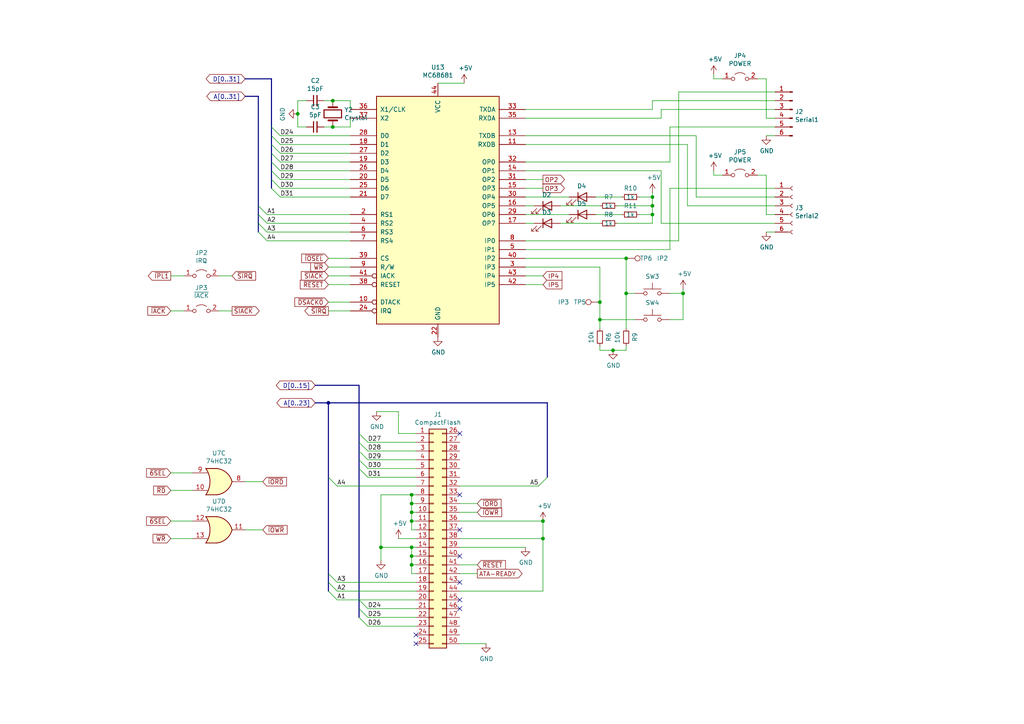
<source format=kicad_sch>
(kicad_sch (version 20231120) (generator "eeschema") (generator_version "8.0")
  (paper "A4")
  (title_block (title "k30 SBC") (rev "2"))
  (lib_symbols
    (symbol "74xx:74LS32" (pin_names (offset 1.016))
      (property "Reference" "U" (at 0 1.27 0))
      (property "Value" "74LS32" (at 0 -1.27 0))
      (symbol "74LS32_1_1"
        (arc (start -3.81 -3.81) (mid -2.589 0) (end -3.81 3.81) (stroke (width 0.254)))
        (arc (start -0.6096 -3.81) (mid 2.1842 -2.5851) (end 3.81 0) (stroke (width 0.254)) (fill (type background)))
        (polyline (pts (xy -3.81 -3.81) (xy -0.635 -3.81)) (stroke (width 0.254)) (fill (type background)))
        (polyline (pts (xy -3.81 3.81) (xy -0.635 3.81)) (stroke (width 0.254)) (fill (type background)))
        (polyline (pts (xy -0.635 3.81) (xy -3.81 3.81) (xy -3.81 3.81) (xy -3.556 3.4036) (xy -3.0226 2.2606) (xy -2.6924 1.0414) (xy -2.6162 -0.254) (xy -2.7686 -1.4986) (xy -3.175 -2.7178) (xy -3.81 -3.81) (xy -3.81 -3.81) (xy -0.635 -3.81)) (stroke (width -25.4)) (fill (type background)))
        (arc (start 3.81 0) (mid 2.1915 2.5936) (end -0.6096 3.81) (stroke (width 0.254)) (fill (type background)))
        (pin input line (at -7.62 2.54 0) (length 4.318) (name "~") (number "1"))
        (pin input line (at -7.62 -2.54 0) (length 4.318) (name "~") (number "2"))
        (pin output line (at 7.62 0 180) (length 3.81) (name "~") (number "3"))
      )
      (symbol "74LS32_1_2"
        (arc (start 0 -3.81) (mid 3.7934 0) (end 0 3.81) (stroke (width 0.254)) (fill (type background)))
        (polyline (pts (xy 0 3.81) (xy -3.81 3.81) (xy -3.81 -3.81) (xy 0 -3.81)) (stroke (width 0.254)) (fill (type background)))
        (pin input inverted (at -7.62 2.54 0) (length 3.81) (name "~") (number "1"))
        (pin input inverted (at -7.62 -2.54 0) (length 3.81) (name "~") (number "2"))
        (pin output inverted (at 7.62 0 180) (length 3.81) (name "~") (number "3"))
      )
      (symbol "74LS32_2_1"
        (arc (start -3.81 -3.81) (mid -2.589 0) (end -3.81 3.81) (stroke (width 0.254)))
        (arc (start -0.6096 -3.81) (mid 2.1842 -2.5851) (end 3.81 0) (stroke (width 0.254)) (fill (type background)))
        (polyline (pts (xy -3.81 -3.81) (xy -0.635 -3.81)) (stroke (width 0.254)) (fill (type background)))
        (polyline (pts (xy -3.81 3.81) (xy -0.635 3.81)) (stroke (width 0.254)) (fill (type background)))
        (polyline (pts (xy -0.635 3.81) (xy -3.81 3.81) (xy -3.81 3.81) (xy -3.556 3.4036) (xy -3.0226 2.2606) (xy -2.6924 1.0414) (xy -2.6162 -0.254) (xy -2.7686 -1.4986) (xy -3.175 -2.7178) (xy -3.81 -3.81) (xy -3.81 -3.81) (xy -0.635 -3.81)) (stroke (width -25.4)) (fill (type background)))
        (arc (start 3.81 0) (mid 2.1915 2.5936) (end -0.6096 3.81) (stroke (width 0.254)) (fill (type background)))
        (pin input line (at -7.62 2.54 0) (length 4.318) (name "~") (number "4"))
        (pin input line (at -7.62 -2.54 0) (length 4.318) (name "~") (number "5"))
        (pin output line (at 7.62 0 180) (length 3.81) (name "~") (number "6"))
      )
      (symbol "74LS32_2_2"
        (arc (start 0 -3.81) (mid 3.7934 0) (end 0 3.81) (stroke (width 0.254)) (fill (type background)))
        (polyline (pts (xy 0 3.81) (xy -3.81 3.81) (xy -3.81 -3.81) (xy 0 -3.81)) (stroke (width 0.254)) (fill (type background)))
        (pin input inverted (at -7.62 2.54 0) (length 3.81) (name "~") (number "4"))
        (pin input inverted (at -7.62 -2.54 0) (length 3.81) (name "~") (number "5"))
        (pin output inverted (at 7.62 0 180) (length 3.81) (name "~") (number "6"))
      )
      (symbol "74LS32_3_1"
        (arc (start -3.81 -3.81) (mid -2.589 0) (end -3.81 3.81) (stroke (width 0.254)))
        (arc (start -0.6096 -3.81) (mid 2.1842 -2.5851) (end 3.81 0) (stroke (width 0.254)) (fill (type background)))
        (polyline (pts (xy -3.81 -3.81) (xy -0.635 -3.81)) (stroke (width 0.254)) (fill (type background)))
        (polyline (pts (xy -3.81 3.81) (xy -0.635 3.81)) (stroke (width 0.254)) (fill (type background)))
        (polyline (pts (xy -0.635 3.81) (xy -3.81 3.81) (xy -3.81 3.81) (xy -3.556 3.4036) (xy -3.0226 2.2606) (xy -2.6924 1.0414) (xy -2.6162 -0.254) (xy -2.7686 -1.4986) (xy -3.175 -2.7178) (xy -3.81 -3.81) (xy -3.81 -3.81) (xy -0.635 -3.81)) (stroke (width -25.4)) (fill (type background)))
        (arc (start 3.81 0) (mid 2.1915 2.5936) (end -0.6096 3.81) (stroke (width 0.254)) (fill (type background)))
        (pin input line (at -7.62 -2.54 0) (length 4.318) (name "~") (number "10"))
        (pin output line (at 7.62 0 180) (length 3.81) (name "~") (number "8"))
        (pin input line (at -7.62 2.54 0) (length 4.318) (name "~") (number "9"))
      )
      (symbol "74LS32_3_2"
        (arc (start 0 -3.81) (mid 3.7934 0) (end 0 3.81) (stroke (width 0.254)) (fill (type background)))
        (polyline (pts (xy 0 3.81) (xy -3.81 3.81) (xy -3.81 -3.81) (xy 0 -3.81)) (stroke (width 0.254)) (fill (type background)))
        (pin input inverted (at -7.62 -2.54 0) (length 3.81) (name "~") (number "10"))
        (pin output inverted (at 7.62 0 180) (length 3.81) (name "~") (number "8"))
        (pin input inverted (at -7.62 2.54 0) (length 3.81) (name "~") (number "9"))
      )
      (symbol "74LS32_4_1"
        (arc (start -3.81 -3.81) (mid -2.589 0) (end -3.81 3.81) (stroke (width 0.254)))
        (arc (start -0.6096 -3.81) (mid 2.1842 -2.5851) (end 3.81 0) (stroke (width 0.254)) (fill (type background)))
        (polyline (pts (xy -3.81 -3.81) (xy -0.635 -3.81)) (stroke (width 0.254)) (fill (type background)))
        (polyline (pts (xy -3.81 3.81) (xy -0.635 3.81)) (stroke (width 0.254)) (fill (type background)))
        (polyline (pts (xy -0.635 3.81) (xy -3.81 3.81) (xy -3.81 3.81) (xy -3.556 3.4036) (xy -3.0226 2.2606) (xy -2.6924 1.0414) (xy -2.6162 -0.254) (xy -2.7686 -1.4986) (xy -3.175 -2.7178) (xy -3.81 -3.81) (xy -3.81 -3.81) (xy -0.635 -3.81)) (stroke (width -25.4)) (fill (type background)))
        (arc (start 3.81 0) (mid 2.1915 2.5936) (end -0.6096 3.81) (stroke (width 0.254)) (fill (type background)))
        (pin output line (at 7.62 0 180) (length 3.81) (name "~") (number "11"))
        (pin input line (at -7.62 2.54 0) (length 4.318) (name "~") (number "12"))
        (pin input line (at -7.62 -2.54 0) (length 4.318) (name "~") (number "13"))
      )
      (symbol "74LS32_4_2"
        (arc (start 0 -3.81) (mid 3.7934 0) (end 0 3.81) (stroke (width 0.254)) (fill (type background)))
        (polyline (pts (xy 0 3.81) (xy -3.81 3.81) (xy -3.81 -3.81) (xy 0 -3.81)) (stroke (width 0.254)) (fill (type background)))
        (pin output inverted (at 7.62 0 180) (length 3.81) (name "~") (number "11"))
        (pin input inverted (at -7.62 2.54 0) (length 3.81) (name "~") (number "12"))
        (pin input inverted (at -7.62 -2.54 0) (length 3.81) (name "~") (number "13"))
      )
      (symbol "74LS32_5_0"
        (pin power_in line (at 0 12.7 270) (length 5.08) (name "VCC") (number "14"))
        (pin power_in line (at 0 -12.7 90) (length 5.08) (name "GND") (number "7"))
      )
      (symbol "74LS32_5_1"
        (rectangle (start -5.08 7.62) (end 5.08 -7.62) (stroke (width 0.254)) (fill (type background)))
      )
    )
    (symbol "Computie_68k:MC68681-PLCC" (pin_names (offset 1.016))
      (property "Reference" "U" (at 0 3.81 0))
      (property "Value" "MC68681-PLCC" (at 0 -2.54 0))
      (symbol "MC68681-PLCC_0_1"
        (rectangle (start -17.78 -31.75) (end 17.78 34.29) (stroke (width 0.254)) (fill (type background)))
      )
      (symbol "MC68681-PLCC_1_1"
        (pin open_collector inverted (at -25.4 -25.4 0) (length 7.62) (name "DTACK") (number "10"))
        (pin input line (at 25.4 20.32 180) (length 7.62) (name "RXDB") (number "11"))
        (pin output line (at 25.4 22.86 180) (length 7.62) (name "TXDB") (number "13"))
        (pin output line (at 25.4 12.7 180) (length 7.62) (name "OP1") (number "14"))
        (pin output line (at 25.4 7.62 180) (length 7.62) (name "OP3") (number "15"))
        (pin output line (at 25.4 2.54 180) (length 7.62) (name "OP5") (number "16"))
        (pin output line (at 25.4 -2.54 180) (length 7.62) (name "OP7") (number "17"))
        (pin tri_state line (at -25.4 20.32 0) (length 7.62) (name "D1") (number "18"))
        (pin tri_state line (at -25.4 15.24 0) (length 7.62) (name "D3") (number "19"))
        (pin input line (at -25.4 0 0) (length 7.62) (name "RS1") (number "2"))
        (pin tri_state line (at -25.4 10.16 0) (length 7.62) (name "D5") (number "20"))
        (pin tri_state line (at -25.4 5.08 0) (length 7.62) (name "D7") (number "21"))
        (pin power_in line (at 0 -35.56 90) (length 3.81) (name "GND") (number "22"))
        (pin output inverted (at -25.4 -27.94 0) (length 7.62) (name "IRQ") (number "24"))
        (pin tri_state line (at -25.4 7.62 0) (length 7.62) (name "D6") (number "25"))
        (pin tri_state line (at -25.4 12.7 0) (length 7.62) (name "D4") (number "26"))
        (pin tri_state line (at -25.4 17.78 0) (length 7.62) (name "D2") (number "27"))
        (pin tri_state line (at -25.4 22.86 0) (length 7.62) (name "D0") (number "28"))
        (pin output line (at 25.4 0 180) (length 7.62) (name "OP6") (number "29"))
        (pin input line (at 25.4 -15.24 180) (length 7.62) (name "IP3") (number "3"))
        (pin output line (at 25.4 5.08 180) (length 7.62) (name "OP4") (number "30"))
        (pin output line (at 25.4 10.16 180) (length 7.62) (name "OP2") (number "31"))
        (pin output line (at 25.4 15.24 180) (length 7.62) (name "OP0") (number "32"))
        (pin output line (at 25.4 30.48 180) (length 7.62) (name "TXDA") (number "33"))
        (pin input line (at 25.4 27.94 180) (length 7.62) (name "RXDA") (number "35"))
        (pin input line (at -25.4 30.48 0) (length 7.62) (name "X1/CLK") (number "36"))
        (pin input line (at -25.4 27.94 0) (length 7.62) (name "X2") (number "37"))
        (pin input inverted (at -25.4 -20.32 0) (length 7.62) (name "RESET") (number "38"))
        (pin input line (at -25.4 -12.7 0) (length 7.62) (name "CS") (number "39"))
        (pin input line (at -25.4 -2.54 0) (length 7.62) (name "RS2") (number "4"))
        (pin input line (at 25.4 -12.7 180) (length 7.62) (name "IP2") (number "40"))
        (pin input inverted (at -25.4 -17.78 0) (length 7.62) (name "IACK") (number "41"))
        (pin input line (at 25.4 -20.32 180) (length 7.62) (name "IP5") (number "42"))
        (pin input line (at 25.4 -17.78 180) (length 7.62) (name "IP4") (number "43"))
        (pin power_in line (at 0 38.1 270) (length 3.81) (name "VCC") (number "44"))
        (pin input line (at 25.4 -10.16 180) (length 7.62) (name "IP1") (number "5"))
        (pin input line (at -25.4 -5.08 0) (length 7.62) (name "RS3") (number "6"))
        (pin input line (at -25.4 -7.62 0) (length 7.62) (name "RS4") (number "7"))
        (pin input line (at 25.4 -7.62 180) (length 7.62) (name "IP0") (number "8"))
        (pin input line (at -25.4 -15.24 0) (length 7.62) (name "R/W") (number "9"))
      )
    )
    (symbol "Connector:Conn_01x06_Female" (pin_names (offset 1.016) hide)
      (property "Reference" "J" (at 0 7.62 0))
      (property "Value" "Conn_01x06_Female" (at 0 -10.16 0))
      (symbol "Conn_01x06_Female_1_1"
        (arc (start 0 -7.112) (mid -0.5058 -7.62) (end 0 -8.128) (stroke (width 0.1524)))
        (arc (start 0 -4.572) (mid -0.5058 -5.08) (end 0 -5.588) (stroke (width 0.1524)))
        (arc (start 0 -2.032) (mid -0.5058 -2.54) (end 0 -3.048) (stroke (width 0.1524)))
        (polyline (pts (xy -1.27 -7.62) (xy -0.508 -7.62)) (stroke (width 0.1524)))
        (polyline (pts (xy -1.27 -5.08) (xy -0.508 -5.08)) (stroke (width 0.1524)))
        (polyline (pts (xy -1.27 -2.54) (xy -0.508 -2.54)) (stroke (width 0.1524)))
        (polyline (pts (xy -1.27 0) (xy -0.508 0)) (stroke (width 0.1524)))
        (polyline (pts (xy -1.27 2.54) (xy -0.508 2.54)) (stroke (width 0.1524)))
        (polyline (pts (xy -1.27 5.08) (xy -0.508 5.08)) (stroke (width 0.1524)))
        (arc (start 0 0.508) (mid -0.5058 0) (end 0 -0.508) (stroke (width 0.1524)))
        (arc (start 0 3.048) (mid -0.5058 2.54) (end 0 2.032) (stroke (width 0.1524)))
        (arc (start 0 5.588) (mid -0.5058 5.08) (end 0 4.572) (stroke (width 0.1524)))
        (pin passive line (at -5.08 5.08 0) (length 3.81) (name "Pin_1") (number "1"))
        (pin passive line (at -5.08 2.54 0) (length 3.81) (name "Pin_2") (number "2"))
        (pin passive line (at -5.08 0 0) (length 3.81) (name "Pin_3") (number "3"))
        (pin passive line (at -5.08 -2.54 0) (length 3.81) (name "Pin_4") (number "4"))
        (pin passive line (at -5.08 -5.08 0) (length 3.81) (name "Pin_5") (number "5"))
        (pin passive line (at -5.08 -7.62 0) (length 3.81) (name "Pin_6") (number "6"))
      )
    )
    (symbol "Connector:Conn_01x06_Male" (pin_names (offset 1.016) hide)
      (property "Reference" "J" (at 0 7.62 0))
      (property "Value" "Conn_01x06_Male" (at 0 -10.16 0))
      (symbol "Conn_01x06_Male_1_1"
        (polyline (pts (xy 1.27 -7.62) (xy 0.8636 -7.62)) (stroke (width 0.1524)))
        (polyline (pts (xy 1.27 -5.08) (xy 0.8636 -5.08)) (stroke (width 0.1524)))
        (polyline (pts (xy 1.27 -2.54) (xy 0.8636 -2.54)) (stroke (width 0.1524)))
        (polyline (pts (xy 1.27 0) (xy 0.8636 0)) (stroke (width 0.1524)))
        (polyline (pts (xy 1.27 2.54) (xy 0.8636 2.54)) (stroke (width 0.1524)))
        (polyline (pts (xy 1.27 5.08) (xy 0.8636 5.08)) (stroke (width 0.1524)))
        (rectangle (start 0.8636 -7.493) (end 0 -7.747) (stroke (width 0.1524)) (fill (type outline)))
        (rectangle (start 0.8636 -4.953) (end 0 -5.207) (stroke (width 0.1524)) (fill (type outline)))
        (rectangle (start 0.8636 -2.413) (end 0 -2.667) (stroke (width 0.1524)) (fill (type outline)))
        (rectangle (start 0.8636 0.127) (end 0 -0.127) (stroke (width 0.1524)) (fill (type outline)))
        (rectangle (start 0.8636 2.667) (end 0 2.413) (stroke (width 0.1524)) (fill (type outline)))
        (rectangle (start 0.8636 5.207) (end 0 4.953) (stroke (width 0.1524)) (fill (type outline)))
        (pin passive line (at 5.08 5.08 180) (length 3.81) (name "Pin_1") (number "1"))
        (pin passive line (at 5.08 2.54 180) (length 3.81) (name "Pin_2") (number "2"))
        (pin passive line (at 5.08 0 180) (length 3.81) (name "Pin_3") (number "3"))
        (pin passive line (at 5.08 -2.54 180) (length 3.81) (name "Pin_4") (number "4"))
        (pin passive line (at 5.08 -5.08 180) (length 3.81) (name "Pin_5") (number "5"))
        (pin passive line (at 5.08 -7.62 180) (length 3.81) (name "Pin_6") (number "6"))
      )
    )
    (symbol "Connector:TestPoint" (pin_numbers hide) (pin_names (offset 0.762) hide)
      (property "Reference" "TP" (at 0 6.858 0))
      (property "Value" "TestPoint" (at 0 5.08 0))
      (symbol "TestPoint_0_1"
        (circle (center 0 3.302) (radius 0.762))
      )
      (symbol "TestPoint_1_1"
        (pin passive line (at 0 0 90) (length 2.54) (name "1") (number "1"))
      )
    )
    (symbol "Connector_Generic:Conn_02x25_Top_Bottom" (pin_names (offset 1.016) hide)
      (property "Reference" "J" (at 1.27 33.02 0))
      (property "Value" "Conn_02x25_Top_Bottom" (at 1.27 -33.02 0))
      (symbol "Conn_02x25_Top_Bottom_1_1"
        (rectangle (start -1.27 -30.353) (end 0 -30.607) (stroke (width 0.1524)))
        (rectangle (start -1.27 -27.813) (end 0 -28.067) (stroke (width 0.1524)))
        (rectangle (start -1.27 -25.273) (end 0 -25.527) (stroke (width 0.1524)))
        (rectangle (start -1.27 -22.733) (end 0 -22.987) (stroke (width 0.1524)))
        (rectangle (start -1.27 -20.193) (end 0 -20.447) (stroke (width 0.1524)))
        (rectangle (start -1.27 -17.653) (end 0 -17.907) (stroke (width 0.1524)))
        (rectangle (start -1.27 -15.113) (end 0 -15.367) (stroke (width 0.1524)))
        (rectangle (start -1.27 -12.573) (end 0 -12.827) (stroke (width 0.1524)))
        (rectangle (start -1.27 -10.033) (end 0 -10.287) (stroke (width 0.1524)))
        (rectangle (start -1.27 -7.493) (end 0 -7.747) (stroke (width 0.1524)))
        (rectangle (start -1.27 -4.953) (end 0 -5.207) (stroke (width 0.1524)))
        (rectangle (start -1.27 -2.413) (end 0 -2.667) (stroke (width 0.1524)))
        (rectangle (start -1.27 0.127) (end 0 -0.127) (stroke (width 0.1524)))
        (rectangle (start -1.27 2.667) (end 0 2.413) (stroke (width 0.1524)))
        (rectangle (start -1.27 5.207) (end 0 4.953) (stroke (width 0.1524)))
        (rectangle (start -1.27 7.747) (end 0 7.493) (stroke (width 0.1524)))
        (rectangle (start -1.27 10.287) (end 0 10.033) (stroke (width 0.1524)))
        (rectangle (start -1.27 12.827) (end 0 12.573) (stroke (width 0.1524)))
        (rectangle (start -1.27 15.367) (end 0 15.113) (stroke (width 0.1524)))
        (rectangle (start -1.27 17.907) (end 0 17.653) (stroke (width 0.1524)))
        (rectangle (start -1.27 20.447) (end 0 20.193) (stroke (width 0.1524)))
        (rectangle (start -1.27 22.987) (end 0 22.733) (stroke (width 0.1524)))
        (rectangle (start -1.27 25.527) (end 0 25.273) (stroke (width 0.1524)))
        (rectangle (start -1.27 28.067) (end 0 27.813) (stroke (width 0.1524)))
        (rectangle (start -1.27 30.607) (end 0 30.353) (stroke (width 0.1524)))
        (rectangle (start -1.27 31.75) (end 3.81 -31.75) (stroke (width 0.254)) (fill (type background)))
        (rectangle (start 3.81 -30.353) (end 2.54 -30.607) (stroke (width 0.1524)))
        (rectangle (start 3.81 -27.813) (end 2.54 -28.067) (stroke (width 0.1524)))
        (rectangle (start 3.81 -25.273) (end 2.54 -25.527) (stroke (width 0.1524)))
        (rectangle (start 3.81 -22.733) (end 2.54 -22.987) (stroke (width 0.1524)))
        (rectangle (start 3.81 -20.193) (end 2.54 -20.447) (stroke (width 0.1524)))
        (rectangle (start 3.81 -17.653) (end 2.54 -17.907) (stroke (width 0.1524)))
        (rectangle (start 3.81 -15.113) (end 2.54 -15.367) (stroke (width 0.1524)))
        (rectangle (start 3.81 -12.573) (end 2.54 -12.827) (stroke (width 0.1524)))
        (rectangle (start 3.81 -10.033) (end 2.54 -10.287) (stroke (width 0.1524)))
        (rectangle (start 3.81 -7.493) (end 2.54 -7.747) (stroke (width 0.1524)))
        (rectangle (start 3.81 -4.953) (end 2.54 -5.207) (stroke (width 0.1524)))
        (rectangle (start 3.81 -2.413) (end 2.54 -2.667) (stroke (width 0.1524)))
        (rectangle (start 3.81 0.127) (end 2.54 -0.127) (stroke (width 0.1524)))
        (rectangle (start 3.81 2.667) (end 2.54 2.413) (stroke (width 0.1524)))
        (rectangle (start 3.81 5.207) (end 2.54 4.953) (stroke (width 0.1524)))
        (rectangle (start 3.81 7.747) (end 2.54 7.493) (stroke (width 0.1524)))
        (rectangle (start 3.81 10.287) (end 2.54 10.033) (stroke (width 0.1524)))
        (rectangle (start 3.81 12.827) (end 2.54 12.573) (stroke (width 0.1524)))
        (rectangle (start 3.81 15.367) (end 2.54 15.113) (stroke (width 0.1524)))
        (rectangle (start 3.81 17.907) (end 2.54 17.653) (stroke (width 0.1524)))
        (rectangle (start 3.81 20.447) (end 2.54 20.193) (stroke (width 0.1524)))
        (rectangle (start 3.81 22.987) (end 2.54 22.733) (stroke (width 0.1524)))
        (rectangle (start 3.81 25.527) (end 2.54 25.273) (stroke (width 0.1524)))
        (rectangle (start 3.81 28.067) (end 2.54 27.813) (stroke (width 0.1524)))
        (rectangle (start 3.81 30.607) (end 2.54 30.353) (stroke (width 0.1524)))
        (pin passive line (at -5.08 30.48 0) (length 3.81) (name "Pin_1") (number "1"))
        (pin passive line (at -5.08 7.62 0) (length 3.81) (name "Pin_10") (number "10"))
        (pin passive line (at -5.08 5.08 0) (length 3.81) (name "Pin_11") (number "11"))
        (pin passive line (at -5.08 2.54 0) (length 3.81) (name "Pin_12") (number "12"))
        (pin passive line (at -5.08 0 0) (length 3.81) (name "Pin_13") (number "13"))
        (pin passive line (at -5.08 -2.54 0) (length 3.81) (name "Pin_14") (number "14"))
        (pin passive line (at -5.08 -5.08 0) (length 3.81) (name "Pin_15") (number "15"))
        (pin passive line (at -5.08 -7.62 0) (length 3.81) (name "Pin_16") (number "16"))
        (pin passive line (at -5.08 -10.16 0) (length 3.81) (name "Pin_17") (number "17"))
        (pin passive line (at -5.08 -12.7 0) (length 3.81) (name "Pin_18") (number "18"))
        (pin passive line (at -5.08 -15.24 0) (length 3.81) (name "Pin_19") (number "19"))
        (pin passive line (at -5.08 27.94 0) (length 3.81) (name "Pin_2") (number "2"))
        (pin passive line (at -5.08 -17.78 0) (length 3.81) (name "Pin_20") (number "20"))
        (pin passive line (at -5.08 -20.32 0) (length 3.81) (name "Pin_21") (number "21"))
        (pin passive line (at -5.08 -22.86 0) (length 3.81) (name "Pin_22") (number "22"))
        (pin passive line (at -5.08 -25.4 0) (length 3.81) (name "Pin_23") (number "23"))
        (pin passive line (at -5.08 -27.94 0) (length 3.81) (name "Pin_24") (number "24"))
        (pin passive line (at -5.08 -30.48 0) (length 3.81) (name "Pin_25") (number "25"))
        (pin passive line (at 7.62 30.48 180) (length 3.81) (name "Pin_26") (number "26"))
        (pin passive line (at 7.62 27.94 180) (length 3.81) (name "Pin_27") (number "27"))
        (pin passive line (at 7.62 25.4 180) (length 3.81) (name "Pin_28") (number "28"))
        (pin passive line (at 7.62 22.86 180) (length 3.81) (name "Pin_29") (number "29"))
        (pin passive line (at -5.08 25.4 0) (length 3.81) (name "Pin_3") (number "3"))
        (pin passive line (at 7.62 20.32 180) (length 3.81) (name "Pin_30") (number "30"))
        (pin passive line (at 7.62 17.78 180) (length 3.81) (name "Pin_31") (number "31"))
        (pin passive line (at 7.62 15.24 180) (length 3.81) (name "Pin_32") (number "32"))
        (pin passive line (at 7.62 12.7 180) (length 3.81) (name "Pin_33") (number "33"))
        (pin passive line (at 7.62 10.16 180) (length 3.81) (name "Pin_34") (number "34"))
        (pin passive line (at 7.62 7.62 180) (length 3.81) (name "Pin_35") (number "35"))
        (pin passive line (at 7.62 5.08 180) (length 3.81) (name "Pin_36") (number "36"))
        (pin passive line (at 7.62 2.54 180) (length 3.81) (name "Pin_37") (number "37"))
        (pin passive line (at 7.62 0 180) (length 3.81) (name "Pin_38") (number "38"))
        (pin passive line (at 7.62 -2.54 180) (length 3.81) (name "Pin_39") (number "39"))
        (pin passive line (at -5.08 22.86 0) (length 3.81) (name "Pin_4") (number "4"))
        (pin passive line (at 7.62 -5.08 180) (length 3.81) (name "Pin_40") (number "40"))
        (pin passive line (at 7.62 -7.62 180) (length 3.81) (name "Pin_41") (number "41"))
        (pin passive line (at 7.62 -10.16 180) (length 3.81) (name "Pin_42") (number "42"))
        (pin passive line (at 7.62 -12.7 180) (length 3.81) (name "Pin_43") (number "43"))
        (pin passive line (at 7.62 -15.24 180) (length 3.81) (name "Pin_44") (number "44"))
        (pin passive line (at 7.62 -17.78 180) (length 3.81) (name "Pin_45") (number "45"))
        (pin passive line (at 7.62 -20.32 180) (length 3.81) (name "Pin_46") (number "46"))
        (pin passive line (at 7.62 -22.86 180) (length 3.81) (name "Pin_47") (number "47"))
        (pin passive line (at 7.62 -25.4 180) (length 3.81) (name "Pin_48") (number "48"))
        (pin passive line (at 7.62 -27.94 180) (length 3.81) (name "Pin_49") (number "49"))
        (pin passive line (at -5.08 20.32 0) (length 3.81) (name "Pin_5") (number "5"))
        (pin passive line (at 7.62 -30.48 180) (length 3.81) (name "Pin_50") (number "50"))
        (pin passive line (at -5.08 17.78 0) (length 3.81) (name "Pin_6") (number "6"))
        (pin passive line (at -5.08 15.24 0) (length 3.81) (name "Pin_7") (number "7"))
        (pin passive line (at -5.08 12.7 0) (length 3.81) (name "Pin_8") (number "8"))
        (pin passive line (at -5.08 10.16 0) (length 3.81) (name "Pin_9") (number "9"))
      )
    )
    (symbol "Device:C_Small" (pin_numbers hide) (pin_names (offset 0.254) hide)
      (property "Reference" "C" (at 0.254 1.778 0))
      (property "Value" "C_Small" (at 0.254 -2.032 0))
      (symbol "C_Small_0_1"
        (polyline (pts (xy -1.524 -0.508) (xy 1.524 -0.508)) (stroke (width 0.3302)))
        (polyline (pts (xy -1.524 0.508) (xy 1.524 0.508)) (stroke (width 0.3048)))
      )
      (symbol "C_Small_1_1"
        (pin passive line (at 0 2.54 270) (length 2.032) (name "~") (number "1"))
        (pin passive line (at 0 -2.54 90) (length 2.032) (name "~") (number "2"))
      )
    )
    (symbol "Device:Crystal" (pin_numbers hide) (pin_names (offset 1.016) hide)
      (property "Reference" "Y" (at 0 3.81 0))
      (property "Value" "Crystal" (at 0 -3.81 0))
      (symbol "Crystal_0_1"
        (rectangle (start -1.143 2.54) (end 1.143 -2.54) (stroke (width 0.3048)))
        (polyline (pts (xy -2.54 0) (xy -1.905 0)))
        (polyline (pts (xy -1.905 -1.27) (xy -1.905 1.27)) (stroke (width 0.508)))
        (polyline (pts (xy 1.905 -1.27) (xy 1.905 1.27)) (stroke (width 0.508)))
        (polyline (pts (xy 2.54 0) (xy 1.905 0)))
      )
      (symbol "Crystal_1_1"
        (pin passive line (at -3.81 0 0) (length 1.27) (name "1") (number "1"))
        (pin passive line (at 3.81 0 180) (length 1.27) (name "2") (number "2"))
      )
    )
    (symbol "Device:LED" (pin_numbers hide) (pin_names (offset 1.016) hide)
      (property "Reference" "D" (at 0 2.54 0))
      (property "Value" "LED" (at 0 -2.54 0))
      (symbol "LED_0_1"
        (polyline (pts (xy -1.27 -1.27) (xy -1.27 1.27)) (stroke (width 0.254)))
        (polyline (pts (xy -1.27 0) (xy 1.27 0)))
        (polyline (pts (xy 1.27 -1.27) (xy 1.27 1.27) (xy -1.27 0) (xy 1.27 -1.27)) (stroke (width 0.254)))
        (polyline (pts (xy -3.048 -0.762) (xy -4.572 -2.286) (xy -3.81 -2.286) (xy -4.572 -2.286) (xy -4.572 -1.524)))
        (polyline (pts (xy -1.778 -0.762) (xy -3.302 -2.286) (xy -2.54 -2.286) (xy -3.302 -2.286) (xy -3.302 -1.524)))
      )
      (symbol "LED_1_1"
        (pin passive line (at -3.81 0 0) (length 2.54) (name "K") (number "1"))
        (pin passive line (at 3.81 0 180) (length 2.54) (name "A") (number "2"))
      )
    )
    (symbol "Device:R_Small" (pin_numbers hide) (pin_names (offset 0.254) hide)
      (property "Reference" "R" (at 0.762 0.508 0))
      (property "Value" "R_Small" (at 0.762 -1.016 0))
      (symbol "R_Small_0_1"
        (rectangle (start -0.762 1.778) (end 0.762 -1.778) (stroke (width 0.2032)))
      )
      (symbol "R_Small_1_1"
        (pin passive line (at 0 2.54 270) (length 0.762) (name "~") (number "1"))
        (pin passive line (at 0 -2.54 90) (length 0.762) (name "~") (number "2"))
      )
    )
    (symbol "Jumper:Jumper_2_Open" (pin_names (offset 0) hide)
      (property "Reference" "JP" (at 0 2.794 0))
      (property "Value" "Jumper_2_Open" (at 0 -2.286 0))
      (symbol "Jumper_2_Open_0_0"
        (circle (center -2.032 0) (radius 0.508))
        (circle (center 2.032 0) (radius 0.508))
      )
      (symbol "Jumper_2_Open_0_1"
        (arc (start 1.524 1.27) (mid 0 1.778) (end -1.524 1.27))
      )
      (symbol "Jumper_2_Open_1_1"
        (pin passive line (at -5.08 0 0) (length 2.54) (name "A") (number "1"))
        (pin passive line (at 5.08 0 180) (length 2.54) (name "B") (number "2"))
      )
    )
    (symbol "Switch:SW_Push" (pin_numbers hide) (pin_names (offset 1.016) hide)
      (property "Reference" "SW" (at 1.27 2.54 0))
      (property "Value" "SW_Push" (at 0 -1.524 0))
      (symbol "SW_Push_0_1"
        (circle (center -2.032 0) (radius 0.508))
        (polyline (pts (xy 0 1.27) (xy 0 3.048)))
        (polyline (pts (xy 2.54 1.27) (xy -2.54 1.27)))
        (circle (center 2.032 0) (radius 0.508))
        (pin passive line (at -5.08 0 0) (length 2.54) (name "1") (number "1"))
        (pin passive line (at 5.08 0 180) (length 2.54) (name "2") (number "2"))
      )
    )
    (symbol "power:+5V" (power) (pin_names (offset 0))
      (property "Value" "+5V" (at 0 3.556 0))
      (symbol "+5V_0_1"
        (polyline (pts (xy -0.762 1.27) (xy 0 2.54)))
        (polyline (pts (xy 0 0) (xy 0 2.54)))
        (polyline (pts (xy 0 2.54) (xy 0.762 1.27)))
      )
      (symbol "+5V_1_1"
        (pin power_in line (at 0 0 90) (length 0) hide (name "+5V") (number "1"))
      )
    )
    (symbol "power:GND" (power) (pin_names (offset 0))
      (property "Value" "GND" (at 0 -3.81 0))
      (symbol "GND_0_1"
        (polyline (pts (xy 0 0) (xy 0 -1.27) (xy 1.27 -1.27) (xy 0 -2.54) (xy -1.27 -1.27) (xy 0 -1.27)))
      )
      (symbol "GND_1_1"
        (pin power_in line (at 0 0 270) (length 0) hide (name "GND") (number "1"))
      )
    )
  )
  (junction (at 119.38 158.75))
  (junction (at 173.99 87.63))
  (junction (at 96.52 36.83))
  (junction (at 110.49 158.75))
  (junction (at 177.8 101.6))
  (junction (at 86.36 33.02))
  (junction (at 119.38 143.51))
  (junction (at 95.25 116.84))
  (junction (at 119.38 148.59))
  (junction (at 198.12 85.09))
  (junction (at 189.23 59.69))
  (junction (at 119.38 146.05))
  (junction (at 157.48 156.21))
  (junction (at 119.38 161.29))
  (junction (at 173.99 92.71))
  (junction (at 181.61 74.93))
  (junction (at 189.23 57.15))
  (junction (at 119.38 163.83))
  (junction (at 119.38 151.13))
  (junction (at 157.48 151.13))
  (junction (at 181.61 85.09))
  (junction (at 96.52 29.21))
  (junction (at 189.23 62.23))
  (no_connect (at 133.35 161.29))
  (no_connect (at 120.65 184.15))
  (no_connect (at 133.35 153.67))
  (no_connect (at 133.35 125.73))
  (no_connect (at 133.35 143.51))
  (no_connect (at 133.35 168.91))
  (no_connect (at 120.65 186.69))
  (no_connect (at 133.35 173.99))
  (no_connect (at 133.35 176.53))
  (bus_entry (at 81.28 44.45) (size -2.54 -2.54))
  (bus_entry (at 81.28 39.37) (size -2.54 -2.54))
  (bus_entry (at 156.21 140.97) (size 2.54 -2.54))
  (bus_entry (at 81.28 41.91) (size -2.54 -2.54))
  (bus_entry (at 77.47 67.31) (size -2.54 -2.54))
  (bus_entry (at 77.47 64.77) (size -2.54 -2.54))
  (bus_entry (at 81.28 46.99) (size -2.54 -2.54))
  (bus_entry (at 106.68 181.61) (size -2.54 -2.54))
  (bus_entry (at 77.47 62.23) (size -2.54 -2.54))
  (bus_entry (at 106.68 138.43) (size -2.54 -2.54))
  (bus_entry (at 106.68 176.53) (size -2.54 -2.54))
  (bus_entry (at 106.68 128.27) (size -2.54 -2.54))
  (bus_entry (at 106.68 135.89) (size -2.54 -2.54))
  (bus_entry (at 81.28 54.61) (size -2.54 -2.54))
  (bus_entry (at 97.79 173.99) (size -2.54 -2.54))
  (bus_entry (at 81.28 52.07) (size -2.54 -2.54))
  (bus_entry (at 81.28 49.53) (size -2.54 -2.54))
  (bus_entry (at 97.79 140.97) (size -2.54 -2.54))
  (bus_entry (at 106.68 179.07) (size -2.54 -2.54))
  (bus_entry (at 77.47 69.85) (size -2.54 -2.54))
  (bus_entry (at 106.68 133.35) (size -2.54 -2.54))
  (bus_entry (at 106.68 130.81) (size -2.54 -2.54))
  (bus_entry (at 97.79 171.45) (size -2.54 -2.54))
  (bus_entry (at 97.79 168.91) (size -2.54 -2.54))
  (bus_entry (at 81.28 57.15) (size -2.54 -2.54))
  (wire (pts (xy 198.12 83.82) (xy 198.12 85.09)))
  (wire (pts (xy 133.35 163.83) (xy 138.43 163.83)))
  (wire (pts (xy 196.85 69.85) (xy 152.4 69.85)))
  (wire (pts (xy 120.65 128.27) (xy 106.68 128.27)))
  (wire (pts (xy 120.65 168.91) (xy 97.79 168.91)))
  (wire (pts (xy 194.31 36.83) (xy 194.31 46.99)))
  (wire (pts (xy 173.99 92.71) (xy 173.99 95.25)))
  (wire (pts (xy 95.25 74.93) (xy 101.6 74.93)))
  (wire (pts (xy 157.48 82.55) (xy 152.4 82.55)))
  (wire (pts (xy 191.77 34.29) (xy 191.77 31.75)))
  (wire (pts (xy 181.61 100.33) (xy 181.61 101.6)))
  (wire (pts (xy 120.65 130.81) (xy 106.68 130.81)))
  (wire (pts (xy 201.93 57.15) (xy 224.79 57.15)))
  (wire (pts (xy 152.4 74.93) (xy 181.61 74.93)))
  (wire (pts (xy 119.38 158.75) (xy 110.49 158.75)))
  (bus (pts (xy 71.12 27.94) (xy 74.93 27.94)))
  (bus (pts (xy 78.74 44.45) (xy 78.74 46.99)))
  (bus (pts (xy 74.93 59.69) (xy 74.93 62.23)))
  (wire (pts (xy 189.23 59.69) (xy 179.07 59.69)))
  (wire (pts (xy 224.79 67.31) (xy 222.25 67.31)))
  (wire (pts (xy 154.94 64.77) (xy 152.4 64.77)))
  (wire (pts (xy 222.25 22.86) (xy 222.25 34.29)))
  (wire (pts (xy 120.65 135.89) (xy 106.68 135.89)))
  (wire (pts (xy 101.6 46.99) (xy 81.28 46.99)))
  (wire (pts (xy 189.23 57.15) (xy 189.23 59.69)))
  (wire (pts (xy 110.49 143.51) (xy 110.49 158.75)))
  (wire (pts (xy 71.12 153.67) (xy 76.2 153.67)))
  (wire (pts (xy 222.25 62.23) (xy 224.79 62.23)))
  (bus (pts (xy 78.74 36.83) (xy 78.74 39.37)))
  (wire (pts (xy 181.61 85.09) (xy 181.61 95.25)))
  (wire (pts (xy 191.77 64.77) (xy 191.77 49.53)))
  (wire (pts (xy 120.65 148.59) (xy 119.38 148.59)))
  (wire (pts (xy 196.85 26.67) (xy 196.85 69.85)))
  (bus (pts (xy 78.74 52.07) (xy 78.74 54.61)))
  (wire (pts (xy 119.38 151.13) (xy 119.38 148.59)))
  (wire (pts (xy 157.48 80.01) (xy 152.4 80.01)))
  (wire (pts (xy 189.23 64.77) (xy 189.23 62.23)))
  (wire (pts (xy 184.15 92.71) (xy 173.99 92.71)))
  (wire (pts (xy 93.98 29.21) (xy 96.52 29.21)))
  (wire (pts (xy 133.35 171.45) (xy 157.48 171.45)))
  (wire (pts (xy 133.35 146.05) (xy 138.43 146.05)))
  (wire (pts (xy 181.61 85.09) (xy 184.15 85.09)))
  (wire (pts (xy 101.6 34.29) (xy 101.6 36.83)))
  (bus (pts (xy 95.25 138.43) (xy 95.25 166.37)))
  (bus (pts (xy 104.14 135.89) (xy 104.14 173.99)))
  (wire (pts (xy 207.01 21.59) (xy 207.01 22.86)))
  (wire (pts (xy 119.38 158.75) (xy 119.38 161.29)))
  (wire (pts (xy 120.65 133.35) (xy 106.68 133.35)))
  (wire (pts (xy 198.12 85.09) (xy 194.31 85.09)))
  (wire (pts (xy 127 24.13) (xy 134.62 24.13)))
  (bus (pts (xy 78.74 41.91) (xy 78.74 44.45)))
  (wire (pts (xy 157.48 171.45) (xy 157.48 156.21)))
  (wire (pts (xy 180.34 62.23) (xy 172.72 62.23)))
  (wire (pts (xy 173.99 77.47) (xy 152.4 77.47)))
  (wire (pts (xy 119.38 146.05) (xy 119.38 143.51)))
  (wire (pts (xy 133.35 156.21) (xy 157.48 156.21)))
  (wire (pts (xy 101.6 29.21) (xy 101.6 31.75)))
  (wire (pts (xy 115.57 125.73) (xy 120.65 125.73)))
  (wire (pts (xy 156.21 140.97) (xy 133.35 140.97)))
  (bus (pts (xy 104.14 133.35) (xy 104.14 135.89)))
  (wire (pts (xy 49.53 137.16) (xy 55.88 137.16)))
  (bus (pts (xy 104.14 111.76) (xy 104.14 125.73)))
  (wire (pts (xy 152.4 52.07) (xy 157.48 52.07)))
  (wire (pts (xy 101.6 49.53) (xy 81.28 49.53)))
  (wire (pts (xy 95.25 77.47) (xy 101.6 77.47)))
  (wire (pts (xy 199.39 59.69) (xy 224.79 59.69)))
  (wire (pts (xy 120.65 151.13) (xy 119.38 151.13)))
  (wire (pts (xy 189.23 31.75) (xy 189.23 29.21)))
  (bus (pts (xy 74.93 27.94) (xy 74.93 59.69)))
  (wire (pts (xy 191.77 31.75) (xy 224.79 31.75)))
  (bus (pts (xy 74.93 62.23) (xy 74.93 64.77)))
  (bus (pts (xy 104.14 125.73) (xy 104.14 128.27)))
  (wire (pts (xy 189.23 62.23) (xy 185.42 62.23)))
  (bus (pts (xy 78.74 22.86) (xy 71.12 22.86)))
  (wire (pts (xy 120.65 181.61) (xy 106.68 181.61)))
  (wire (pts (xy 101.6 69.85) (xy 77.47 69.85)))
  (wire (pts (xy 96.52 29.21) (xy 101.6 29.21)))
  (bus (pts (xy 95.25 166.37) (xy 95.25 168.91)))
  (wire (pts (xy 120.65 171.45) (xy 97.79 171.45)))
  (wire (pts (xy 86.36 29.21) (xy 86.36 33.02)))
  (wire (pts (xy 101.6 36.83) (xy 96.52 36.83)))
  (wire (pts (xy 194.31 54.61) (xy 194.31 72.39)))
  (wire (pts (xy 119.38 148.59) (xy 119.38 146.05)))
  (wire (pts (xy 194.31 36.83) (xy 224.79 36.83)))
  (wire (pts (xy 95.25 80.01) (xy 101.6 80.01)))
  (wire (pts (xy 181.61 74.93) (xy 181.61 85.09)))
  (wire (pts (xy 152.4 34.29) (xy 191.77 34.29)))
  (wire (pts (xy 101.6 64.77) (xy 77.47 64.77)))
  (wire (pts (xy 120.65 153.67) (xy 119.38 153.67)))
  (wire (pts (xy 194.31 46.99) (xy 152.4 46.99)))
  (wire (pts (xy 115.57 119.38) (xy 115.57 125.73)))
  (wire (pts (xy 97.79 173.99) (xy 104.14 173.99)))
  (wire (pts (xy 101.6 41.91) (xy 81.28 41.91)))
  (wire (pts (xy 194.31 92.71) (xy 198.12 92.71)))
  (bus (pts (xy 158.75 116.84) (xy 158.75 138.43)))
  (wire (pts (xy 101.6 62.23) (xy 77.47 62.23)))
  (wire (pts (xy 224.79 64.77) (xy 191.77 64.77)))
  (bus (pts (xy 78.74 46.99) (xy 78.74 49.53)))
  (wire (pts (xy 154.94 59.69) (xy 152.4 59.69)))
  (wire (pts (xy 101.6 44.45) (xy 81.28 44.45)))
  (wire (pts (xy 63.5 90.17) (xy 67.31 90.17)))
  (wire (pts (xy 101.6 57.15) (xy 81.28 57.15)))
  (bus (pts (xy 78.74 39.37) (xy 78.74 41.91)))
  (wire (pts (xy 152.4 31.75) (xy 189.23 31.75)))
  (wire (pts (xy 191.77 49.53) (xy 152.4 49.53)))
  (wire (pts (xy 95.25 87.63) (xy 101.6 87.63)))
  (bus (pts (xy 95.25 116.84) (xy 95.25 138.43)))
  (wire (pts (xy 49.53 90.17) (xy 53.34 90.17)))
  (wire (pts (xy 196.85 26.67) (xy 224.79 26.67)))
  (wire (pts (xy 198.12 92.71) (xy 198.12 85.09)))
  (wire (pts (xy 157.48 54.61) (xy 152.4 54.61)))
  (wire (pts (xy 86.36 36.83) (xy 88.9 36.83)))
  (bus (pts (xy 95.25 168.91) (xy 95.25 171.45)))
  (wire (pts (xy 120.65 176.53) (xy 106.68 176.53)))
  (wire (pts (xy 194.31 72.39) (xy 152.4 72.39)))
  (wire (pts (xy 173.99 59.69) (xy 162.56 59.69)))
  (wire (pts (xy 49.53 80.01) (xy 53.34 80.01)))
  (wire (pts (xy 180.34 57.15) (xy 172.72 57.15)))
  (bus (pts (xy 78.74 49.53) (xy 78.74 52.07)))
  (wire (pts (xy 179.07 64.77) (xy 189.23 64.77)))
  (wire (pts (xy 133.35 166.37) (xy 138.43 166.37)))
  (wire (pts (xy 173.99 87.63) (xy 173.99 92.71)))
  (wire (pts (xy 177.8 101.6) (xy 173.99 101.6)))
  (wire (pts (xy 133.35 148.59) (xy 138.43 148.59)))
  (wire (pts (xy 181.61 101.6) (xy 177.8 101.6)))
  (wire (pts (xy 207.01 49.53) (xy 207.01 50.8)))
  (wire (pts (xy 101.6 67.31) (xy 77.47 67.31)))
  (wire (pts (xy 119.38 163.83) (xy 119.38 161.29)))
  (wire (pts (xy 189.23 57.15) (xy 185.42 57.15)))
  (wire (pts (xy 207.01 50.8) (xy 209.55 50.8)))
  (bus (pts (xy 104.14 173.99) (xy 104.14 176.53)))
  (wire (pts (xy 173.99 77.47) (xy 173.99 87.63)))
  (wire (pts (xy 173.99 64.77) (xy 162.56 64.77)))
  (wire (pts (xy 119.38 143.51) (xy 120.65 143.51)))
  (wire (pts (xy 120.65 140.97) (xy 97.79 140.97)))
  (wire (pts (xy 119.38 161.29) (xy 120.65 161.29)))
  (wire (pts (xy 49.53 142.24) (xy 55.88 142.24)))
  (wire (pts (xy 140.97 186.69) (xy 133.35 186.69)))
  (wire (pts (xy 119.38 166.37) (xy 119.38 163.83)))
  (wire (pts (xy 157.48 151.13) (xy 133.35 151.13)))
  (wire (pts (xy 120.65 163.83) (xy 119.38 163.83)))
  (wire (pts (xy 115.57 156.21) (xy 120.65 156.21)))
  (wire (pts (xy 157.48 156.21) (xy 157.48 151.13)))
  (wire (pts (xy 109.22 119.38) (xy 115.57 119.38)))
  (bus (pts (xy 95.25 116.84) (xy 158.75 116.84)))
  (bus (pts (xy 104.14 130.81) (xy 104.14 133.35)))
  (wire (pts (xy 152.4 39.37) (xy 201.93 39.37)))
  (wire (pts (xy 119.38 153.67) (xy 119.38 151.13)))
  (wire (pts (xy 101.6 39.37) (xy 81.28 39.37)))
  (wire (pts (xy 219.71 22.86) (xy 222.25 22.86)))
  (wire (pts (xy 165.1 62.23) (xy 152.4 62.23)))
  (wire (pts (xy 120.65 158.75) (xy 119.38 158.75)))
  (wire (pts (xy 110.49 158.75) (xy 110.49 162.56)))
  (wire (pts (xy 224.79 54.61) (xy 194.31 54.61)))
  (wire (pts (xy 49.53 151.13) (xy 55.88 151.13)))
  (wire (pts (xy 120.65 166.37) (xy 119.38 166.37)))
  (wire (pts (xy 201.93 39.37) (xy 201.93 57.15)))
  (bus (pts (xy 91.44 116.84) (xy 95.25 116.84)))
  (wire (pts (xy 88.9 29.21) (xy 86.36 29.21)))
  (wire (pts (xy 222.25 34.29) (xy 224.79 34.29)))
  (wire (pts (xy 173.99 101.6) (xy 173.99 100.33)))
  (wire (pts (xy 120.65 138.43) (xy 106.68 138.43)))
  (wire (pts (xy 189.23 55.88) (xy 189.23 57.15)))
  (wire (pts (xy 86.36 33.02) (xy 86.36 36.83)))
  (wire (pts (xy 199.39 41.91) (xy 199.39 59.69)))
  (bus (pts (xy 74.93 64.77) (xy 74.93 67.31)))
  (wire (pts (xy 120.65 179.07) (xy 106.68 179.07)))
  (wire (pts (xy 96.52 36.83) (xy 93.98 36.83)))
  (bus (pts (xy 104.14 128.27) (xy 104.14 130.81)))
  (wire (pts (xy 133.35 158.75) (xy 152.4 158.75)))
  (bus (pts (xy 104.14 111.76) (xy 91.44 111.76)))
  (bus (pts (xy 78.74 22.86) (xy 78.74 36.83)))
  (wire (pts (xy 222.25 50.8) (xy 222.25 62.23)))
  (wire (pts (xy 95.25 90.17) (xy 101.6 90.17)))
  (wire (pts (xy 104.14 173.99) (xy 120.65 173.99)))
  (wire (pts (xy 63.5 80.01) (xy 67.31 80.01)))
  (bus (pts (xy 104.14 176.53) (xy 104.14 179.07)))
  (wire (pts (xy 101.6 52.07) (xy 81.28 52.07)))
  (wire (pts (xy 71.12 139.7) (xy 76.2 139.7)))
  (wire (pts (xy 189.23 59.69) (xy 189.23 62.23)))
  (wire (pts (xy 49.53 156.21) (xy 55.88 156.21)))
  (wire (pts (xy 119.38 146.05) (xy 120.65 146.05)))
  (wire (pts (xy 207.01 22.86) (xy 209.55 22.86)))
  (wire (pts (xy 219.71 50.8) (xy 222.25 50.8)))
  (wire (pts (xy 165.1 57.15) (xy 152.4 57.15)))
  (wire (pts (xy 101.6 54.61) (xy 81.28 54.61)))
  (wire (pts (xy 152.4 41.91) (xy 199.39 41.91)))
  (wire (pts (xy 224.79 39.37) (xy 222.25 39.37)))
  (wire (pts (xy 95.25 82.55) (xy 101.6 82.55)))
  (wire (pts (xy 189.23 29.21) (xy 224.79 29.21)))
  (wire (pts (xy 110.49 143.51) (xy 119.38 143.51)))
  (label "D25" (at 106.68 179.07 0))
  (label "A1" (at 77.47 62.23 0))
  (label "D30" (at 106.68 135.89 0))
  (label "D31" (at 106.68 138.43 0))
  (label "A3" (at 97.79 168.91 0))
  (label "A3" (at 77.47 67.31 0))
  (label "D27" (at 106.68 128.27 0))
  (label "D31" (at 81.28 57.15 0))
  (label "D24" (at 106.68 176.53 0))
  (label "A5" (at 156.21 140.97 180))
  (label "A1" (at 97.79 173.99 0))
  (label "A4" (at 77.47 69.85 0))
  (label "D29" (at 106.68 133.35 0))
  (label "D26" (at 81.28 44.45 0))
  (label "D28" (at 106.68 130.81 0))
  (label "D28" (at 81.28 49.53 0))
  (label "D29" (at 81.28 52.07 0))
  (label "D26" (at 106.68 181.61 0))
  (label "A2" (at 97.79 171.45 0))
  (label "A4" (at 97.79 140.97 0))
  (label "D27" (at 81.28 46.99 0))
  (label "D30" (at 81.28 54.61 0))
  (label "A2" (at 77.47 64.77 0))
  (label "D25" (at 81.28 41.91 0))
  (label "D24" (at 81.28 39.37 0))
  (global_label "~{WR}" (shape input) (at 95.25 77.47 180) (property "Intersheetrefs" "${INTERSHEET_REFS}" (effects (hide yes))))
  (global_label "D[0..31]" (shape tri_state) (at 71.12 22.86 180) (property "Intersheetrefs" "${INTERSHEET_REFS}" (effects (hide yes))))
  (global_label "IP4" (shape input) (at 157.48 80.01 0) (property "Intersheetrefs" "${INTERSHEET_REFS}" (effects (hide yes))))
  (global_label "A[0..23]" (shape tri_state) (at 91.44 116.84 180) (property "Intersheetrefs" "${INTERSHEET_REFS}" (effects (hide yes))))
  (global_label "OP3" (shape output) (at 157.48 54.61 0) (property "Intersheetrefs" "${INTERSHEET_REFS}" (effects (hide yes))))
  (global_label "~{IORD}" (shape input) (at 138.43 146.05 0) (property "Intersheetrefs" "${INTERSHEET_REFS}" (effects (hide yes))))
  (global_label "~{IOSEL}" (shape input) (at 95.25 74.93 180) (property "Intersheetrefs" "${INTERSHEET_REFS}" (effects (hide yes))))
  (global_label "~{IORD}" (shape input) (at 76.2 139.7 0) (property "Intersheetrefs" "${INTERSHEET_REFS}" (effects (hide yes))))
  (global_label "~{6SEL}" (shape input) (at 49.53 137.16 180) (property "Intersheetrefs" "${INTERSHEET_REFS}" (effects (hide yes))))
  (global_label "~{6SEL}" (shape input) (at 49.53 151.13 180) (property "Intersheetrefs" "${INTERSHEET_REFS}" (effects (hide yes))))
  (global_label "~{SIACK}" (shape input) (at 95.25 80.01 180) (property "Intersheetrefs" "${INTERSHEET_REFS}" (effects (hide yes))))
  (global_label "~{SIRQ}" (shape input) (at 67.31 80.01 0) (property "Intersheetrefs" "${INTERSHEET_REFS}" (effects (hide yes))))
  (global_label "~{SIRQ}" (shape output) (at 95.25 90.17 180) (property "Intersheetrefs" "${INTERSHEET_REFS}" (effects (hide yes))))
  (global_label "~{IACK}" (shape input) (at 49.53 90.17 180) (property "Intersheetrefs" "${INTERSHEET_REFS}" (effects (hide yes))))
  (global_label "A[0..31]" (shape tri_state) (at 71.12 27.94 180) (property "Intersheetrefs" "${INTERSHEET_REFS}" (effects (hide yes))))
  (global_label "~{IOWR}" (shape input) (at 76.2 153.67 0) (property "Intersheetrefs" "${INTERSHEET_REFS}" (effects (hide yes))))
  (global_label "D[0..15]" (shape tri_state) (at 91.44 111.76 180) (property "Intersheetrefs" "${INTERSHEET_REFS}" (effects (hide yes))))
  (global_label "~{DSACK0}" (shape input) (at 95.25 87.63 180) (property "Intersheetrefs" "${INTERSHEET_REFS}" (effects (hide yes))))
  (global_label "~{RD}" (shape input) (at 49.53 142.24 180) (property "Intersheetrefs" "${INTERSHEET_REFS}" (effects (hide yes))))
  (global_label "IP5" (shape input) (at 157.48 82.55 0) (property "Intersheetrefs" "${INTERSHEET_REFS}" (effects (hide yes))))
  (global_label "OP2" (shape output) (at 157.48 52.07 0) (property "Intersheetrefs" "${INTERSHEET_REFS}" (effects (hide yes))))
  (global_label "ATA-READY" (shape output) (at 138.43 166.37 0) (property "Intersheetrefs" "${INTERSHEET_REFS}" (effects (hide yes))))
  (global_label "~{RESET}" (shape input) (at 138.43 163.83 0) (property "Intersheetrefs" "${INTERSHEET_REFS}" (effects (hide yes))))
  (global_label "~{IOWR}" (shape input) (at 138.43 148.59 0) (property "Intersheetrefs" "${INTERSHEET_REFS}" (effects (hide yes))))
  (global_label "~{IPL1}" (shape output) (at 49.53 80.01 180) (property "Intersheetrefs" "${INTERSHEET_REFS}" (effects (hide yes))))
  (global_label "~{SIACK}" (shape output) (at 67.31 90.17 0) (property "Intersheetrefs" "${INTERSHEET_REFS}" (effects (hide yes))))
  (global_label "~{WR}" (shape input) (at 49.53 156.21 180) (property "Intersheetrefs" "${INTERSHEET_REFS}" (effects (hide yes))))
  (global_label "~{RESET}" (shape input) (at 95.25 82.55 180) (property "Intersheetrefs" "${INTERSHEET_REFS}" (effects (hide yes))))
  (symbol (lib_id "power:+5V") (at 134.62 24.13 0) (unit 1)
    (property "Reference" "#PWR021" (effects (hide yes)))
    (property "Value" "+5V" (at 135.001 19.7358 0))
  )
  (symbol (lib_id "power:GND") (at 127 97.79 0) (unit 1)
    (property "Reference" "#PWR020" (effects (hide yes)))
    (property "Value" "GND" (at 127.127 102.1842 0))
  )
  (symbol (lib_id "Device:Crystal") (at 96.52 33.02 90) (unit 1)
    (property "Reference" "Y2" (at 99.8474 31.8516 90) (effects (justify right)))
    (property "Value" "Crystal" (at 99.8474 34.163 90) (effects (justify right)))
    (property "Footprint" "Crystal:Crystal_HC49-4H_Vertical" (effects (hide yes)))
  )
  (symbol (lib_id "Device:C_Small") (at 91.44 29.21 90) (unit 1)
    (property "Reference" "C2" (at 91.44 23.3934 90))
    (property "Value" "15pF" (at 91.44 25.7048 90))
    (property "Footprint" "Capacitor_THT:C_Disc_D3.0mm_W2.0mm_P2.50mm" (effects (hide yes)))
  )
  (symbol (lib_id "Device:C_Small") (at 91.44 36.83 90) (unit 1)
    (property "Reference" "C3" (at 91.44 31.0134 90))
    (property "Value" "5pF" (at 91.44 33.3248 90))
    (property "Footprint" "Capacitor_THT:C_Disc_D3.0mm_W2.0mm_P2.50mm" (effects (hide yes)))
  )
  (symbol (lib_id "power:GND") (at 86.36 33.02 270) (unit 1)
    (property "Reference" "#PWR016" (effects (hide yes)))
    (property "Value" "GND" (at 81.9658 33.147 0))
  )
  (symbol (lib_id "Connector:Conn_01x06_Male") (at 229.87 31.75 0) (mirror y) (unit 1)
    (property "Reference" "J2" (at 230.5812 32.4104 0) (effects (justify right)))
    (property "Value" "Serial1" (at 230.5812 34.7218 0) (effects (justify right)))
    (property "Footprint" "Connector_PinHeader_2.54mm:PinHeader_1x06_P2.54mm_Vertical" (effects (hide yes)))
  )
  (symbol (lib_id "power:GND") (at 222.25 67.31 0) (unit 1)
    (property "Reference" "#PWR031" (effects (hide yes)))
    (property "Value" "GND" (at 222.377 71.7042 0))
  )
  (symbol (lib_id "power:GND") (at 222.25 39.37 0) (unit 1)
    (property "Reference" "#PWR030" (effects (hide yes)))
    (property "Value" "GND" (at 222.377 43.7642 0))
  )
  (symbol (lib_id "Connector:Conn_01x06_Female") (at 229.87 59.69 0) (unit 1)
    (property "Reference" "J3" (at 230.5812 60.2996 0) (effects (justify left)))
    (property "Value" "Serial2" (at 230.5812 62.611 0) (effects (justify left)))
    (property "Footprint" "Connector_PinHeader_2.54mm:PinHeader_1x06_P2.54mm_Vertical" (effects (hide yes)))
  )
  (symbol (lib_id "Device:R_Small") (at 176.53 59.69 90) (unit 1)
    (property "Reference" "R7" (at 176.53 57.15 90))
    (property "Value" "1k" (at 176.53 59.69 90))
    (property "Footprint" "Resistor_THT:R_Axial_DIN0204_L3.6mm_D1.6mm_P5.08mm_Horizontal" (effects (hide yes)))
  )
  (symbol (lib_id "Device:R_Small") (at 176.53 64.77 90) (unit 1)
    (property "Reference" "R8" (at 176.53 62.23 90))
    (property "Value" "1k" (at 176.53 64.77 90))
    (property "Footprint" "Resistor_THT:R_Axial_DIN0204_L3.6mm_D1.6mm_P5.08mm_Horizontal" (effects (hide yes)))
  )
  (symbol (lib_id "Device:R_Small") (at 182.88 57.15 90) (unit 1)
    (property "Reference" "R10" (at 182.88 54.61 90))
    (property "Value" "1k" (at 182.88 57.15 90))
    (property "Footprint" "Resistor_THT:R_Axial_DIN0204_L3.6mm_D1.6mm_P5.08mm_Horizontal" (effects (hide yes)))
  )
  (symbol (lib_id "Device:R_Small") (at 182.88 62.23 90) (unit 1)
    (property "Reference" "R11" (at 182.88 59.69 90))
    (property "Value" "1k" (at 182.88 62.23 90))
    (property "Footprint" "Resistor_THT:R_Axial_DIN0204_L3.6mm_D1.6mm_P5.08mm_Horizontal" (effects (hide yes)))
  )
  (symbol (lib_id "power:+5V") (at 189.23 55.88 0) (unit 1)
    (property "Reference" "#PWR026" (effects (hide yes)))
    (property "Value" "+5V" (at 189.611 51.4858 0))
  )
  (symbol (lib_id "Switch:SW_Push") (at 189.23 85.09 0) (unit 1)
    (property "Reference" "SW3" (at 189.23 80.1878 0))
    (property "Value" "IP2" (effects (hide yes)))
    (property "Footprint" "Button_Switch_THT:SW_PUSH_6mm" (effects (hide yes)))
  )
  (symbol (lib_id "power:+5V") (at 198.12 83.82 0) (unit 1)
    (property "Reference" "#PWR027" (effects (hide yes)))
    (property "Value" "+5V" (at 198.501 79.4258 0))
  )
  (symbol (lib_id "Device:R_Small") (at 181.61 97.79 0) (unit 1)
    (property "Reference" "R9" (at 184.15 97.79 90))
    (property "Value" "10k" (at 179.07 97.79 90))
    (property "Footprint" "Resistor_THT:R_Axial_DIN0204_L3.6mm_D1.6mm_P5.08mm_Horizontal" (effects (hide yes)))
  )
  (symbol (lib_id "Device:R_Small") (at 173.99 97.79 0) (unit 1)
    (property "Reference" "R6" (at 176.53 97.79 90))
    (property "Value" "10k" (at 171.45 97.79 90))
    (property "Footprint" "Resistor_THT:R_Axial_DIN0204_L3.6mm_D1.6mm_P5.08mm_Horizontal" (effects (hide yes)))
  )
  (symbol (lib_id "power:GND") (at 177.8 101.6 0) (unit 1)
    (property "Reference" "#PWR025" (effects (hide yes)))
    (property "Value" "GND" (at 177.927 105.9942 0))
  )
  (symbol (lib_id "Switch:SW_Push") (at 189.23 92.71 0) (unit 1)
    (property "Reference" "SW4" (at 189.23 87.8078 0))
    (property "Value" "IP3" (effects (hide yes)))
    (property "Footprint" "Button_Switch_THT:SW_PUSH_6mm" (effects (hide yes)))
  )
  (symbol (lib_id "Jumper:Jumper_2_Open") (at 214.63 22.86 0) (unit 1)
    (property "Reference" "JP4" (at 214.63 16.1544 0))
    (property "Value" "POWER" (at 214.63 18.4658 0))
    (property "Footprint" "Connector_PinHeader_2.54mm:PinHeader_1x02_P2.54mm_Vertical" (effects (hide yes)))
  )
  (symbol (lib_id "power:+5V") (at 207.01 21.59 0) (unit 1)
    (property "Reference" "#PWR028" (effects (hide yes)))
    (property "Value" "+5V" (at 207.391 17.1958 0))
  )
  (symbol (lib_id "Jumper:Jumper_2_Open") (at 214.63 50.8 0) (unit 1)
    (property "Reference" "JP5" (at 214.63 44.0944 0))
    (property "Value" "POWER" (at 214.63 46.4058 0))
    (property "Footprint" "Connector_PinHeader_2.54mm:PinHeader_1x02_P2.54mm_Vertical" (effects (hide yes)))
  )
  (symbol (lib_id "power:+5V") (at 207.01 49.53 0) (unit 1)
    (property "Reference" "#PWR029" (effects (hide yes)))
    (property "Value" "+5V" (at 207.391 45.1358 0))
  )
  (symbol (lib_id "Device:LED") (at 158.75 64.77 0) (unit 1)
    (property "Reference" "D3" (at 158.5722 61.595 0))
    (property "Value" "OP7" (effects (hide yes)))
    (property "Footprint" "LED_THT:LED_D5.0mm" (effects (hide yes)))
  )
  (symbol (lib_id "Device:LED") (at 168.91 62.23 0) (unit 1)
    (property "Reference" "D5" (at 168.7322 59.055 0))
    (property "Value" "OP6" (effects (hide yes)))
    (property "Footprint" "LED_THT:LED_D5.0mm" (effects (hide yes)))
  )
  (symbol (lib_id "Device:LED") (at 158.75 59.69 0) (unit 1)
    (property "Reference" "D2" (at 158.5722 56.515 0))
    (property "Value" "OP5" (effects (hide yes)))
    (property "Footprint" "LED_THT:LED_D5.0mm" (effects (hide yes)))
  )
  (symbol (lib_id "Device:LED") (at 168.91 57.15 0) (unit 1)
    (property "Reference" "D4" (at 168.7322 53.975 0))
    (property "Value" "OP4" (effects (hide yes)))
    (property "Footprint" "LED_THT:LED_D5.0mm" (effects (hide yes)))
  )
  (symbol (lib_id "Computie_68k:MC68681-PLCC") (at 127 62.23 0) (unit 1)
    (property "Reference" "U13" (at 127 19.5326 0))
    (property "Value" "MC68681" (at 127 21.844 0))
    (property "Footprint" "Package_LCC:PLCC-44_THT-Socket" (effects (hide yes)))
  )
  (symbol (lib_id "Jumper:Jumper_2_Open") (at 58.42 90.17 0) (unit 1)
    (property "Reference" "JP3" (at 58.42 83.4644 0))
    (property "Value" "~{IACK}" (at 58.42 85.7758 0))
    (property "Footprint" "Connector_PinHeader_2.54mm:PinHeader_1x02_P2.54mm_Vertical" (effects (hide yes)))
  )
  (symbol (lib_id "Jumper:Jumper_2_Open") (at 58.42 80.01 0) (unit 1)
    (property "Reference" "JP2" (at 58.42 73.3044 0))
    (property "Value" "IRQ" (at 58.42 75.6158 0))
    (property "Footprint" "Connector_PinHeader_2.54mm:PinHeader_1x02_P2.54mm_Vertical" (effects (hide yes)))
  )
  (symbol (lib_id "power:+5V") (at 115.57 156.21 0) (unit 1)
    (property "Reference" "#PWR019" (effects (hide yes)))
    (property "Value" "+5V" (at 115.951 151.8158 0))
  )
  (symbol (lib_id "power:GND") (at 110.49 162.56 0) (unit 1)
    (property "Reference" "#PWR018" (effects (hide yes)))
    (property "Value" "GND" (at 110.617 166.9542 0))
  )
  (symbol (lib_id "Connector_Generic:Conn_02x25_Top_Bottom") (at 125.73 156.21 0) (unit 1)
    (property "Reference" "J1" (at 127 120.2182 0))
    (property "Value" "CompactFlash" (at 127 122.5296 0))
    (property "Footprint" "Computie_Connectors:CF-Card_3M_N7E50-Q516RB-40" (effects (hide yes)))
  )
  (symbol (lib_id "power:+5V") (at 157.48 151.13 0) (unit 1)
    (property "Reference" "#PWR024" (effects (hide yes)))
    (property "Value" "+5V" (at 157.861 146.7358 0))
  )
  (symbol (lib_id "power:GND") (at 109.22 119.38 0) (unit 1)
    (property "Reference" "#PWR017" (effects (hide yes)))
    (property "Value" "GND" (at 109.347 123.7742 0))
  )
  (symbol (lib_id "power:GND") (at 152.4 158.75 0) (unit 1)
    (property "Reference" "#PWR022" (effects (hide yes)))
    (property "Value" "GND" (at 152.527 163.1442 0))
  )
  (symbol (lib_id "power:GND") (at 140.97 186.69 0) (unit 1)
    (property "Reference" "#PWR023" (effects (hide yes)))
    (property "Value" "GND" (at 141.097 191.0842 0))
  )
  (symbol (lib_id "Connector:TestPoint") (at 181.61 74.93 270) (unit 1)
    (property "Reference" "TP6" (at 189.23 74.93 90) (effects (justify right)))
    (property "Value" "IP2" (at 190.5 74.93 90) (effects (justify left)))
    (property "Footprint" "TestPoint:TestPoint_THTPad_2.0x2.0mm_Drill1.0mm" (effects (hide yes)))
  )
  (symbol (lib_id "Connector:TestPoint") (at 173.99 87.63 90) (unit 1)
    (property "Reference" "TP5" (at 166.37 87.63 90) (effects (justify right)))
    (property "Value" "IP3" (at 165.1 87.63 90) (effects (justify left)))
    (property "Footprint" "TestPoint:TestPoint_THTPad_2.0x2.0mm_Drill1.0mm" (effects (hide yes)))
  )
  (symbol (lib_id "74xx:74LS32") (at 63.5 139.7 0) (unit 3)
    (property "Reference" "U7" (at 63.5 131.445 0))
    (property "Value" "74HC32" (at 63.5 133.7564 0))
    (property "Footprint" "Package_SO:TSSOP-14_4.4x5mm_P0.65mm" (effects (hide yes)))
    (property "Datasheet" "http://www.ti.com/lit/gpn/sn74LS32" (effects (hide yes)))
  )
  (symbol (lib_id "74xx:74LS32") (at 63.5 153.67 0) (unit 4)
    (property "Reference" "U7" (at 63.5 145.415 0))
    (property "Value" "74HC32" (at 63.5 147.7264 0))
    (property "Footprint" "Package_SO:TSSOP-14_4.4x5mm_P0.65mm" (effects (hide yes)))
    (property "Datasheet" "http://www.ti.com/lit/gpn/sn74LS32" (effects (hide yes)))
  )
)
</source>
